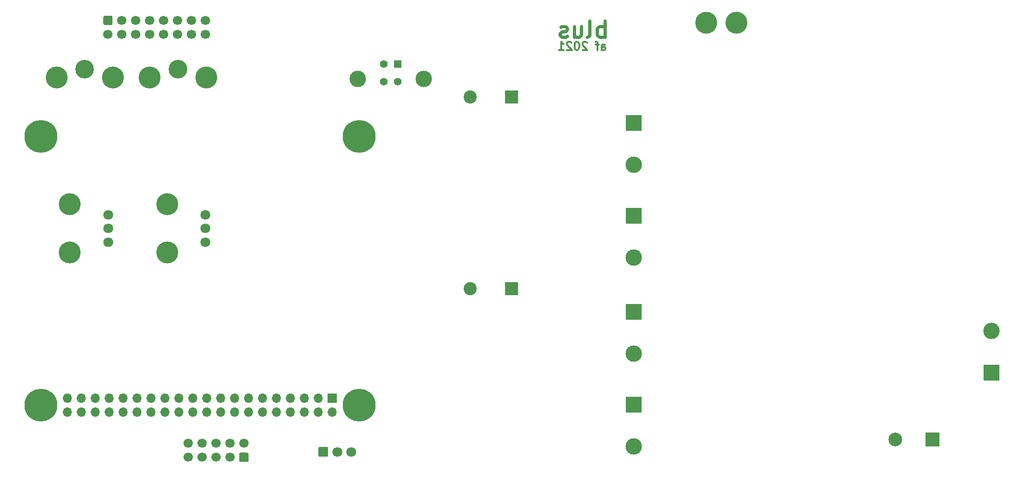
<source format=gbs>
G04 #@! TF.GenerationSoftware,KiCad,Pcbnew,(5.1.10)-1*
G04 #@! TF.CreationDate,2021-05-07T16:49:04+02:00*
G04 #@! TF.ProjectId,dsp-amplifier-x4,6473702d-616d-4706-9c69-666965722d78,rev?*
G04 #@! TF.SameCoordinates,Original*
G04 #@! TF.FileFunction,Soldermask,Bot*
G04 #@! TF.FilePolarity,Negative*
%FSLAX46Y46*%
G04 Gerber Fmt 4.6, Leading zero omitted, Abs format (unit mm)*
G04 Created by KiCad (PCBNEW (5.1.10)-1) date 2021-05-07 16:49:04*
%MOMM*%
%LPD*%
G01*
G04 APERTURE LIST*
%ADD10C,0.600000*%
%ADD11C,0.300000*%
%ADD12C,1.700000*%
%ADD13R,1.700000X1.700000*%
%ADD14O,1.700000X1.700000*%
%ADD15C,6.000000*%
%ADD16C,1.800000*%
%ADD17C,4.000000*%
%ADD18R,3.000000X3.000000*%
%ADD19C,3.000000*%
%ADD20R,2.500000X2.500000*%
%ADD21C,2.500000*%
%ADD22C,2.400000*%
%ADD23R,2.400000X2.400000*%
%ADD24C,3.400000*%
%ADD25C,1.400000*%
%ADD26R,1.400000X1.400000*%
G04 APERTURE END LIST*
D10*
X166750000Y-69607142D02*
X166750000Y-66607142D01*
X166750000Y-67750000D02*
X166464285Y-67607142D01*
X165892857Y-67607142D01*
X165607142Y-67750000D01*
X165464285Y-67892857D01*
X165321428Y-68178571D01*
X165321428Y-69035714D01*
X165464285Y-69321428D01*
X165607142Y-69464285D01*
X165892857Y-69607142D01*
X166464285Y-69607142D01*
X166750000Y-69464285D01*
X163607142Y-69607142D02*
X163892857Y-69464285D01*
X164035714Y-69178571D01*
X164035714Y-66607142D01*
X161178571Y-67607142D02*
X161178571Y-69607142D01*
X162464285Y-67607142D02*
X162464285Y-69178571D01*
X162321428Y-69464285D01*
X162035714Y-69607142D01*
X161607142Y-69607142D01*
X161321428Y-69464285D01*
X161178571Y-69321428D01*
X159892857Y-69464285D02*
X159607142Y-69607142D01*
X159035714Y-69607142D01*
X158750000Y-69464285D01*
X158607142Y-69178571D01*
X158607142Y-69035714D01*
X158750000Y-68750000D01*
X159035714Y-68607142D01*
X159464285Y-68607142D01*
X159750000Y-68464285D01*
X159892857Y-68178571D01*
X159892857Y-68035714D01*
X159750000Y-67750000D01*
X159464285Y-67607142D01*
X159035714Y-67607142D01*
X158750000Y-67750000D01*
D11*
X166185714Y-71928571D02*
X166185714Y-71142857D01*
X166257142Y-71000000D01*
X166400000Y-70928571D01*
X166685714Y-70928571D01*
X166828571Y-71000000D01*
X166185714Y-71857142D02*
X166328571Y-71928571D01*
X166685714Y-71928571D01*
X166828571Y-71857142D01*
X166900000Y-71714285D01*
X166900000Y-71571428D01*
X166828571Y-71428571D01*
X166685714Y-71357142D01*
X166328571Y-71357142D01*
X166185714Y-71285714D01*
X165685714Y-70928571D02*
X165114285Y-70928571D01*
X165471428Y-71928571D02*
X165471428Y-70642857D01*
X165400000Y-70500000D01*
X165257142Y-70428571D01*
X165114285Y-70428571D01*
X163542857Y-70571428D02*
X163471428Y-70500000D01*
X163328571Y-70428571D01*
X162971428Y-70428571D01*
X162828571Y-70500000D01*
X162757142Y-70571428D01*
X162685714Y-70714285D01*
X162685714Y-70857142D01*
X162757142Y-71071428D01*
X163614285Y-71928571D01*
X162685714Y-71928571D01*
X161757142Y-70428571D02*
X161614285Y-70428571D01*
X161471428Y-70500000D01*
X161400000Y-70571428D01*
X161328571Y-70714285D01*
X161257142Y-71000000D01*
X161257142Y-71357142D01*
X161328571Y-71642857D01*
X161400000Y-71785714D01*
X161471428Y-71857142D01*
X161614285Y-71928571D01*
X161757142Y-71928571D01*
X161900000Y-71857142D01*
X161971428Y-71785714D01*
X162042857Y-71642857D01*
X162114285Y-71357142D01*
X162114285Y-71000000D01*
X162042857Y-70714285D01*
X161971428Y-70571428D01*
X161900000Y-70500000D01*
X161757142Y-70428571D01*
X160685714Y-70571428D02*
X160614285Y-70500000D01*
X160471428Y-70428571D01*
X160114285Y-70428571D01*
X159971428Y-70500000D01*
X159900000Y-70571428D01*
X159828571Y-70714285D01*
X159828571Y-70857142D01*
X159900000Y-71071428D01*
X160757142Y-71928571D01*
X159828571Y-71928571D01*
X158400000Y-71928571D02*
X159257142Y-71928571D01*
X158828571Y-71928571D02*
X158828571Y-70428571D01*
X158971428Y-70642857D01*
X159114285Y-70785714D01*
X159257142Y-70857142D01*
D12*
X94015000Y-69090000D03*
X91475000Y-69090000D03*
X88935000Y-69090000D03*
X86395000Y-69090000D03*
X83855000Y-69090000D03*
X81315000Y-69090000D03*
X78775000Y-69090000D03*
X76235000Y-69090000D03*
X94015000Y-66550000D03*
X91475000Y-66550000D03*
X88935000Y-66550000D03*
X86395000Y-66550000D03*
X83855000Y-66550000D03*
X81315000Y-66550000D03*
X78775000Y-66550000D03*
G36*
G01*
X75635000Y-65700000D02*
X76835000Y-65700000D01*
G75*
G02*
X77085000Y-65950000I0J-250000D01*
G01*
X77085000Y-67150000D01*
G75*
G02*
X76835000Y-67400000I-250000J0D01*
G01*
X75635000Y-67400000D01*
G75*
G02*
X75385000Y-67150000I0J250000D01*
G01*
X75385000Y-65950000D01*
G75*
G02*
X75635000Y-65700000I250000J0D01*
G01*
G37*
X90840000Y-143710000D03*
X93380000Y-143710000D03*
X95920000Y-143710000D03*
X98460000Y-143710000D03*
X101000000Y-143710000D03*
X90840000Y-146250000D03*
X93380000Y-146250000D03*
X95920000Y-146250000D03*
X98460000Y-146250000D03*
G36*
G01*
X101600000Y-147100000D02*
X100400000Y-147100000D01*
G75*
G02*
X100150000Y-146850000I0J250000D01*
G01*
X100150000Y-145650000D01*
G75*
G02*
X100400000Y-145400000I250000J0D01*
G01*
X101600000Y-145400000D01*
G75*
G02*
X101850000Y-145650000I0J-250000D01*
G01*
X101850000Y-146850000D01*
G75*
G02*
X101600000Y-147100000I-250000J0D01*
G01*
G37*
D13*
X117130000Y-135480000D03*
D14*
X117130000Y-138020000D03*
X114590000Y-135480000D03*
X114590000Y-138020000D03*
X112050000Y-135480000D03*
X112050000Y-138020000D03*
X109510000Y-135480000D03*
X109510000Y-138020000D03*
X106970000Y-135480000D03*
X106970000Y-138020000D03*
X104430000Y-135480000D03*
X104430000Y-138020000D03*
X101890000Y-135480000D03*
X101890000Y-138020000D03*
X99350000Y-135480000D03*
X99350000Y-138020000D03*
X96810000Y-135480000D03*
X96810000Y-138020000D03*
X94270000Y-135480000D03*
X94270000Y-138020000D03*
X91730000Y-135480000D03*
X91730000Y-138020000D03*
X89190000Y-135480000D03*
X89190000Y-138020000D03*
X86650000Y-135480000D03*
X86650000Y-138020000D03*
X84110000Y-135480000D03*
X84110000Y-138020000D03*
X81570000Y-135480000D03*
X81570000Y-138020000D03*
X79030000Y-135480000D03*
X79030000Y-138020000D03*
X76490000Y-135480000D03*
X76490000Y-138020000D03*
X73950000Y-135480000D03*
X73950000Y-138020000D03*
X71410000Y-135480000D03*
X71410000Y-138020000D03*
X68870000Y-135480000D03*
X68870000Y-138020000D03*
D15*
X122000000Y-136750000D03*
X64000000Y-136750000D03*
X64000000Y-87750000D03*
X122000000Y-87750000D03*
D16*
X94000000Y-107000000D03*
X94000000Y-104500000D03*
X94000000Y-102000000D03*
D17*
X87000000Y-108900000D03*
X87000000Y-100100000D03*
D16*
X76250000Y-107000000D03*
X76250000Y-104500000D03*
X76250000Y-102000000D03*
D17*
X69250000Y-108900000D03*
X69250000Y-100100000D03*
D16*
X120540000Y-145250000D03*
X118000000Y-145250000D03*
G36*
G01*
X114560000Y-145899800D02*
X114560000Y-144600200D01*
G75*
G02*
X114810200Y-144350000I250200J0D01*
G01*
X116109800Y-144350000D01*
G75*
G02*
X116360000Y-144600200I0J-250200D01*
G01*
X116360000Y-145899800D01*
G75*
G02*
X116109800Y-146150000I-250200J0D01*
G01*
X114810200Y-146150000D01*
G75*
G02*
X114560000Y-145899800I0J250200D01*
G01*
G37*
D18*
X237250000Y-130810000D03*
D19*
X237250000Y-123190000D03*
D18*
X172000000Y-102190000D03*
D19*
X172000000Y-109810000D03*
D18*
X172000000Y-85250000D03*
D19*
X172000000Y-92870000D03*
D18*
X172000000Y-136690000D03*
D19*
X172000000Y-144310000D03*
D18*
X172000000Y-119690000D03*
D19*
X172000000Y-127310000D03*
D17*
X190750000Y-67000000D03*
D20*
X226500000Y-143000000D03*
D17*
X185250000Y-67000000D03*
D21*
X219750000Y-143000000D03*
D22*
X142250000Y-115500000D03*
D23*
X149750000Y-115500000D03*
D24*
X89000000Y-75400000D03*
D17*
X94150000Y-77000000D03*
X83850000Y-77000000D03*
D24*
X72000000Y-75400000D03*
D17*
X77150000Y-77000000D03*
X66850000Y-77000000D03*
D25*
X126500000Y-74500000D03*
D19*
X121730000Y-77210000D03*
D26*
X129000000Y-74500000D03*
D25*
X126500000Y-77700000D03*
X129000000Y-77700000D03*
D19*
X133770000Y-77210000D03*
D22*
X142250000Y-80500000D03*
D23*
X149750000Y-80500000D03*
M02*

</source>
